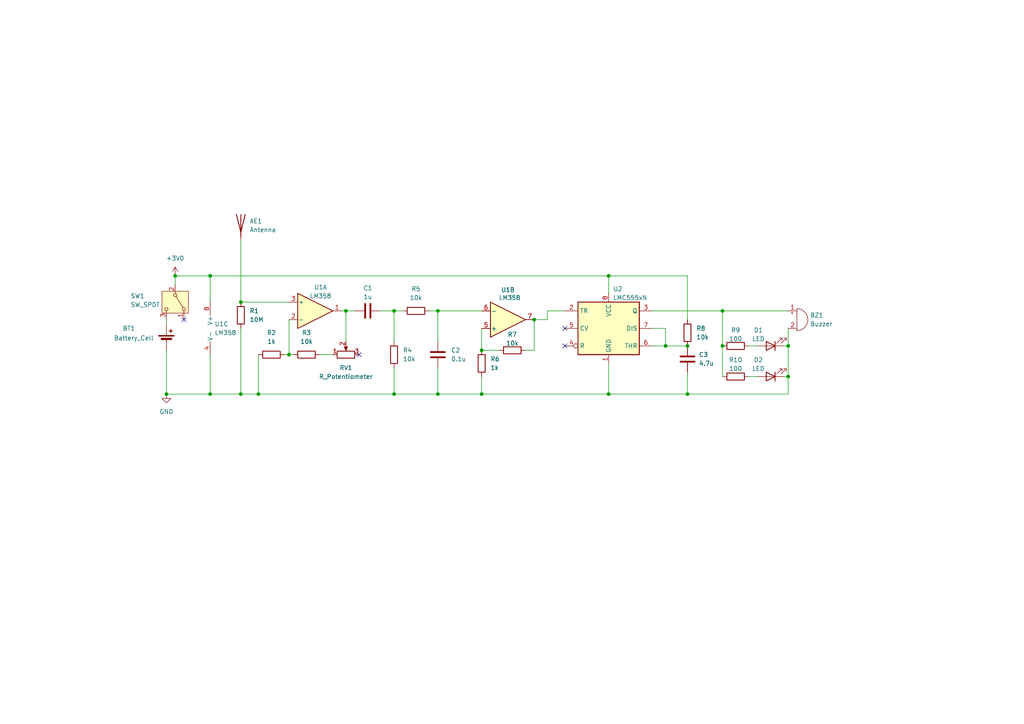
<source format=kicad_sch>
(kicad_sch (version 20231120) (generator "eeschema") (generator_version "8.0")
  (paper "A4")
  (title_block (title "Current Sensing Dino") (date "November 27, 2024") (rev "V1.0") (company "University of Calgary") (comment 4 "Austin Nguyen"))
  (lib_symbols
    (symbol "Amplifier_Operational:LM358" (pin_names (offset 0.127))
      (property "Reference" "U" (at 0 5.08 0))
      (property "Value" "LM358" (at 0 -5.08 0))
      (symbol "LM358_1_1"
        (polyline (pts (xy -5.08 5.08) (xy 5.08 0) (xy -5.08 -5.08) (xy -5.08 5.08)) (stroke (width 0.254)) (fill (type background)))
        (pin output line (at 7.62 0 180) (length 2.54) (name "~") (number "1"))
        (pin input line (at -7.62 -2.54 0) (length 2.54) (name "-") (number "2"))
        (pin input line (at -7.62 2.54 0) (length 2.54) (name "+") (number "3"))
      )
      (symbol "LM358_2_1"
        (polyline (pts (xy -5.08 5.08) (xy 5.08 0) (xy -5.08 -5.08) (xy -5.08 5.08)) (stroke (width 0.254)) (fill (type background)))
        (pin input line (at -7.62 2.54 0) (length 2.54) (name "+") (number "5"))
        (pin input line (at -7.62 -2.54 0) (length 2.54) (name "-") (number "6"))
        (pin output line (at 7.62 0 180) (length 2.54) (name "~") (number "7"))
      )
      (symbol "LM358_3_1"
        (pin power_in line (at -2.54 -7.62 90) (length 3.81) (name "V-") (number "4"))
        (pin power_in line (at -2.54 7.62 270) (length 3.81) (name "V+") (number "8"))
      )
    )
    (symbol "Device:Antenna" (pin_numbers hide) (pin_names (offset 1.016) hide)
      (property "Reference" "AE" (at -1.905 1.905 0))
      (property "Value" "Antenna" (at -1.905 0 0))
      (symbol "Antenna_0_1"
        (polyline (pts (xy 0 2.54) (xy 0 -3.81)) (stroke (width 0.254)))
        (polyline (pts (xy 1.27 2.54) (xy 0 -2.54) (xy -1.27 2.54)) (stroke (width 0.254)))
      )
      (symbol "Antenna_1_1"
        (pin input line (at 0 -5.08 90) (length 2.54) (name "A") (number "1"))
      )
    )
    (symbol "Device:Battery_Cell" (pin_numbers hide) (pin_names (offset 0) hide)
      (property "Reference" "BT" (at 2.54 2.54 0))
      (property "Value" "Battery_Cell" (at 2.54 0 0))
      (symbol "Battery_Cell_0_1"
        (rectangle (start -2.286 1.778) (end 2.286 1.524) (fill (type outline)))
        (rectangle (start -1.524 1.016) (end 1.524 0.508) (fill (type outline)))
        (polyline (pts (xy 0 0.762) (xy 0 0)))
        (polyline (pts (xy 0 1.778) (xy 0 2.54)))
        (polyline (pts (xy 0.762 3.048) (xy 1.778 3.048)) (stroke (width 0.254)))
        (polyline (pts (xy 1.27 3.556) (xy 1.27 2.54)) (stroke (width 0.254)))
      )
      (symbol "Battery_Cell_1_1"
        (pin passive line (at 0 5.08 270) (length 2.54) (name "+") (number "1"))
        (pin passive line (at 0 -2.54 90) (length 2.54) (name "-") (number "2"))
      )
    )
    (symbol "Device:Buzzer" (pin_names (offset 0.0254) hide)
      (property "Reference" "BZ" (at 3.81 1.27 0))
      (property "Value" "Buzzer" (at 3.81 -1.27 0))
      (symbol "Buzzer_0_1"
        (arc (start 0 -3.175) (mid 3.1612 0) (end 0 3.175))
        (polyline (pts (xy -1.651 1.905) (xy -1.143 1.905)))
        (polyline (pts (xy -1.397 2.159) (xy -1.397 1.651)))
        (polyline (pts (xy 0 3.175) (xy 0 -3.175)))
      )
      (symbol "Buzzer_1_1"
        (pin passive line (at -2.54 2.54 0) (length 2.54) (name "+") (number "1"))
        (pin passive line (at -2.54 -2.54 0) (length 2.54) (name "-") (number "2"))
      )
    )
    (symbol "Device:C" (pin_numbers hide) (pin_names (offset 0.254))
      (property "Reference" "C" (at 0.635 2.54 0))
      (property "Value" "C" (at 0.635 -2.54 0))
      (symbol "C_0_1"
        (polyline (pts (xy -2.032 -0.762) (xy 2.032 -0.762)) (stroke (width 0.508)))
        (polyline (pts (xy -2.032 0.762) (xy 2.032 0.762)) (stroke (width 0.508)))
      )
      (symbol "C_1_1"
        (pin passive line (at 0 3.81 270) (length 2.794) (name "~") (number "1"))
        (pin passive line (at 0 -3.81 90) (length 2.794) (name "~") (number "2"))
      )
    )
    (symbol "Device:LED" (pin_numbers hide) (pin_names (offset 1.016) hide)
      (property "Reference" "D" (at 0 2.54 0))
      (property "Value" "LED" (at 0 -2.54 0))
      (symbol "LED_0_1"
        (polyline (pts (xy -1.27 -1.27) (xy -1.27 1.27)) (stroke (width 0.254)))
        (polyline (pts (xy -1.27 0) (xy 1.27 0)))
        (polyline (pts (xy 1.27 -1.27) (xy 1.27 1.27) (xy -1.27 0) (xy 1.27 -1.27)) (stroke (width 0.254)))
        (polyline (pts (xy -3.048 -0.762) (xy -4.572 -2.286) (xy -3.81 -2.286) (xy -4.572 -2.286) (xy -4.572 -1.524)))
        (polyline (pts (xy -1.778 -0.762) (xy -3.302 -2.286) (xy -2.54 -2.286) (xy -3.302 -2.286) (xy -3.302 -1.524)))
      )
      (symbol "LED_1_1"
        (pin passive line (at -3.81 0 0) (length 2.54) (name "K") (number "1"))
        (pin passive line (at 3.81 0 180) (length 2.54) (name "A") (number "2"))
      )
    )
    (symbol "Device:R" (pin_numbers hide) (pin_names (offset 0))
      (property "Reference" "R" (at 2.032 0 90))
      (property "Value" "R" (at 0 0 90))
      (symbol "R_0_1"
        (rectangle (start -1.016 -2.54) (end 1.016 2.54) (stroke (width 0.254)))
      )
      (symbol "R_1_1"
        (pin passive line (at 0 3.81 270) (length 1.27) (name "~") (number "1"))
        (pin passive line (at 0 -3.81 90) (length 1.27) (name "~") (number "2"))
      )
    )
    (symbol "Device:R_Potentiometer" (pin_names (offset 1.016) hide)
      (property "Reference" "RV" (at -4.445 0 90))
      (property "Value" "R_Potentiometer" (at -2.54 0 90))
      (symbol "R_Potentiometer_0_1"
        (polyline (pts (xy 2.54 0) (xy 1.524 0)))
        (polyline (pts (xy 1.143 0) (xy 2.286 0.508) (xy 2.286 -0.508) (xy 1.143 0)) (fill (type outline)))
        (rectangle (start 1.016 2.54) (end -1.016 -2.54) (stroke (width 0.254)))
      )
      (symbol "R_Potentiometer_1_1"
        (pin passive line (at 0 3.81 270) (length 1.27) (name "1") (number "1"))
        (pin passive line (at 3.81 0 180) (length 1.27) (name "2") (number "2"))
        (pin passive line (at 0 -3.81 90) (length 1.27) (name "3") (number "3"))
      )
    )
    (symbol "Switch:SW_SPDT" (pin_names (offset 0) hide)
      (property "Reference" "SW" (at 0 5.08 0))
      (property "Value" "SW_SPDT" (at 0 -5.08 0))
      (symbol "SW_SPDT_0_1"
        (circle (center -2.032 0) (radius 0.4572))
        (polyline (pts (xy -1.651 0.254) (xy 1.651 2.286)))
        (circle (center 2.032 -2.54) (radius 0.4572))
        (circle (center 2.032 2.54) (radius 0.4572))
      )
      (symbol "SW_SPDT_1_1"
        (rectangle (start -3.175 3.81) (end 3.175 -3.81) (fill (type background)))
        (pin passive line (at 5.08 2.54 180) (length 2.54) (name "A") (number "1"))
        (pin passive line (at -5.08 0 0) (length 2.54) (name "B") (number "2"))
        (pin passive line (at 5.08 -2.54 180) (length 2.54) (name "C") (number "3"))
      )
    )
    (symbol "Timer:LMC555xN"
      (property "Reference" "U" (at -10.16 8.89 0))
      (property "Value" "LMC555xN" (at 2.54 8.89 0))
      (symbol "LMC555xN_0_0"
        (pin power_in line (at 0 -10.16 90) (length 2.54) (name "GND") (number "1"))
        (pin power_in line (at 0 10.16 270) (length 2.54) (name "VCC") (number "8"))
      )
      (symbol "LMC555xN_0_1"
        (rectangle (start -8.89 -7.62) (end 8.89 7.62) (stroke (width 0.254)) (fill (type background)))
        (rectangle (start -8.89 -7.62) (end 8.89 7.62) (stroke (width 0.254)) (fill (type background)))
      )
      (symbol "LMC555xN_1_1"
        (pin input line (at -12.7 5.08 0) (length 3.81) (name "TR") (number "2"))
        (pin output line (at 12.7 5.08 180) (length 3.81) (name "Q") (number "3"))
        (pin input inverted (at -12.7 -5.08 0) (length 3.81) (name "R") (number "4"))
        (pin input line (at -12.7 0 0) (length 3.81) (name "CV") (number "5"))
        (pin input line (at 12.7 -5.08 180) (length 3.81) (name "THR") (number "6"))
        (pin input line (at 12.7 0 180) (length 3.81) (name "DIS") (number "7"))
      )
    )
    (symbol "power:+3V0" (power) (pin_numbers hide) (pin_names (offset 0) hide)
      (property "Value" "+3V0" (at 0 3.556 0))
      (symbol "+3V0_0_1"
        (polyline (pts (xy -0.762 1.27) (xy 0 2.54)))
        (polyline (pts (xy 0 0) (xy 0 2.54)))
        (polyline (pts (xy 0 2.54) (xy 0.762 1.27)))
      )
      (symbol "+3V0_1_1"
        (pin power_in line (at 0 0 90) (length 0) (name "~") (number "1"))
      )
    )
    (symbol "power:GND" (power) (pin_numbers hide) (pin_names (offset 0) hide)
      (property "Value" "GND" (at 0 -3.81 0))
      (symbol "GND_0_1"
        (polyline (pts (xy 0 0) (xy 0 -1.27) (xy 1.27 -1.27) (xy 0 -2.54) (xy -1.27 -1.27) (xy 0 -1.27)))
      )
      (symbol "GND_1_1"
        (pin power_in line (at 0 0 270) (length 0) (name "~") (number "1"))
      )
    )
  )
  (junction (at 114.3 90.17))
  (junction (at 69.85 114.3))
  (junction (at 50.8 80.01))
  (junction (at 209.55 100.33))
  (junction (at 228.6 109.22))
  (junction (at 69.85 87.63))
  (junction (at 60.96 114.3))
  (junction (at 139.7 101.6))
  (junction (at 199.39 100.33))
  (junction (at 228.6 100.33))
  (junction (at 154.94 92.71))
  (junction (at 60.96 80.01))
  (junction (at 114.3 114.3))
  (junction (at 193.04 100.33))
  (junction (at 83.82 102.87))
  (junction (at 199.39 114.3))
  (junction (at 127 90.17))
  (junction (at 139.7 114.3))
  (junction (at 176.53 114.3))
  (junction (at 100.33 90.17))
  (junction (at 127 114.3))
  (junction (at 74.93 114.3))
  (junction (at 176.53 80.01))
  (junction (at 48.26 114.3))
  (junction (at 209.55 90.17))
  (no_connect (at 163.83 100.33))
  (no_connect (at 53.34 92.71))
  (no_connect (at 104.14 102.87))
  (no_connect (at 163.83 95.25))
  (wire (pts (xy 228.6 95.25) (xy 228.6 100.33)))
  (wire (pts (xy 74.93 114.3) (xy 114.3 114.3)))
  (wire (pts (xy 127 90.17) (xy 124.46 90.17)))
  (wire (pts (xy 48.26 114.3) (xy 60.96 114.3)))
  (wire (pts (xy 158.75 90.17) (xy 163.83 90.17)))
  (wire (pts (xy 83.82 92.71) (xy 83.82 102.87)))
  (wire (pts (xy 176.53 105.41) (xy 176.53 114.3)))
  (wire (pts (xy 139.7 95.25) (xy 139.7 101.6)))
  (wire (pts (xy 154.94 101.6) (xy 154.94 92.71)))
  (wire (pts (xy 193.04 100.33) (xy 199.39 100.33)))
  (wire (pts (xy 139.7 109.22) (xy 139.7 114.3)))
  (wire (pts (xy 176.53 80.01) (xy 176.53 85.09)))
  (wire (pts (xy 69.85 87.63) (xy 83.82 87.63)))
  (wire (pts (xy 48.26 101.6) (xy 48.26 114.3)))
  (wire (pts (xy 50.8 80.01) (xy 60.96 80.01)))
  (wire (pts (xy 60.96 102.87) (xy 60.96 114.3)))
  (wire (pts (xy 100.33 90.17) (xy 100.33 99.06)))
  (wire (pts (xy 209.55 100.33) (xy 209.55 109.22)))
  (wire (pts (xy 60.96 80.01) (xy 176.53 80.01)))
  (wire (pts (xy 69.85 95.25) (xy 69.85 114.3)))
  (wire (pts (xy 100.33 90.17) (xy 102.87 90.17)))
  (wire (pts (xy 199.39 80.01) (xy 199.39 92.71)))
  (wire (pts (xy 69.85 69.85) (xy 69.85 87.63)))
  (wire (pts (xy 114.3 90.17) (xy 116.84 90.17)))
  (wire (pts (xy 74.93 102.87) (xy 74.93 114.3)))
  (wire (pts (xy 199.39 114.3) (xy 228.6 114.3)))
  (wire (pts (xy 228.6 109.22) (xy 228.6 114.3)))
  (wire (pts (xy 217.17 100.33) (xy 219.71 100.33)))
  (wire (pts (xy 139.7 114.3) (xy 176.53 114.3)))
  (wire (pts (xy 158.75 92.71) (xy 158.75 90.17)))
  (wire (pts (xy 227.33 109.22) (xy 228.6 109.22)))
  (wire (pts (xy 227.33 100.33) (xy 228.6 100.33)))
  (wire (pts (xy 127 99.06) (xy 127 90.17)))
  (wire (pts (xy 193.04 95.25) (xy 193.04 100.33)))
  (wire (pts (xy 199.39 107.95) (xy 199.39 114.3)))
  (wire (pts (xy 48.26 93.98) (xy 48.26 92.71)))
  (wire (pts (xy 189.23 90.17) (xy 209.55 90.17)))
  (wire (pts (xy 127 106.68) (xy 127 114.3)))
  (wire (pts (xy 217.17 109.22) (xy 219.71 109.22)))
  (wire (pts (xy 110.49 90.17) (xy 114.3 90.17)))
  (wire (pts (xy 189.23 100.33) (xy 193.04 100.33)))
  (wire (pts (xy 176.53 80.01) (xy 199.39 80.01)))
  (wire (pts (xy 189.23 95.25) (xy 193.04 95.25)))
  (wire (pts (xy 154.94 92.71) (xy 158.75 92.71)))
  (wire (pts (xy 176.53 114.3) (xy 199.39 114.3)))
  (wire (pts (xy 92.71 102.87) (xy 96.52 102.87)))
  (wire (pts (xy 152.4 101.6) (xy 154.94 101.6)))
  (wire (pts (xy 100.33 90.17) (xy 99.06 90.17)))
  (wire (pts (xy 83.82 102.87) (xy 85.09 102.87)))
  (wire (pts (xy 209.55 90.17) (xy 228.6 90.17)))
  (wire (pts (xy 139.7 101.6) (xy 144.78 101.6)))
  (wire (pts (xy 82.55 102.87) (xy 83.82 102.87)))
  (wire (pts (xy 209.55 90.17) (xy 209.55 100.33)))
  (wire (pts (xy 114.3 106.68) (xy 114.3 114.3)))
  (wire (pts (xy 50.8 80.01) (xy 50.8 82.55)))
  (wire (pts (xy 114.3 114.3) (xy 127 114.3)))
  (wire (pts (xy 114.3 90.17) (xy 114.3 99.06)))
  (wire (pts (xy 60.96 80.01) (xy 60.96 87.63)))
  (wire (pts (xy 127 114.3) (xy 139.7 114.3)))
  (wire (pts (xy 127 90.17) (xy 139.7 90.17)))
  (wire (pts (xy 228.6 100.33) (xy 228.6 109.22)))
  (wire (pts (xy 60.96 114.3) (xy 69.85 114.3)))
  (wire (pts (xy 69.85 114.3) (xy 74.93 114.3)))
  (symbol (lib_id "power:+3V0") (at 50.8 80.01 0) (unit 1)
    (property "Reference" "#PWR01" (effects (hide yes)))
    (property "Value" "+3V0" (at 50.8 74.93 0))
    (property "Description" "Power symbol creates a global label with name \"+3V0\"" (effects (hide yes)))
  )
  (symbol (lib_id "Amplifier_Operational:LM358") (at 91.44 90.17 0) (unit 1)
    (property "Reference" "U1" (at 92.964 83.312 0))
    (property "Value" "LM358" (at 92.964 85.852 0))
    (property "Footprint" "Package_DIP:DIP-8_W7.62mm_Socket_LongPads" (effects (hide yes)))
    (property "Datasheet" "http://www.ti.com/lit/ds/symlink/lm2904-n.pdf" (effects (hide yes)))
    (property "Description" "Low-Power, Dual Operational Amplifiers, DIP-8/SOIC-8/TO-99-8" (effects (hide yes)))
  )
  (symbol (lib_id "Device:R_Potentiometer") (at 100.33 102.87 90) (unit 1)
    (property "Reference" "RV1" (at 100.33 106.68 90))
    (property "Value" "R_Potentiometer" (at 100.33 109.22 90))
    (property "Footprint" "Potentiometer_THT:Potentiometer_ACP_CA9-V10_Vertical" (effects (hide yes)))
    (property "Description" "Potentiometer" (effects (hide yes)))
  )
  (symbol (lib_id "Device:R") (at 148.59 101.6 90) (unit 1)
    (property "Reference" "R7" (at 148.59 97.028 90))
    (property "Value" "10k" (at 148.59 99.568 90))
    (property "Footprint" "Resistor_THT:R_Axial_DIN0207_L6.3mm_D2.5mm_P7.62mm_Horizontal" (effects (hide yes)))
    (property "Description" "Resistor" (effects (hide yes)))
  )
  (symbol (lib_id "Device:C") (at 199.39 104.14 0) (unit 1)
    (property "Reference" "C3" (at 202.692 102.87 0) (effects (justify left)))
    (property "Value" "4.7u" (at 202.692 105.41 0) (effects (justify left)))
    (property "Footprint" "Capacitor_THT:C_Disc_D4.3mm_W1.9mm_P5.00mm" (effects (hide yes)))
    (property "Description" "Unpolarized capacitor" (effects (hide yes)))
  )
  (symbol (lib_id "Device:R") (at 120.65 90.17 90) (unit 1)
    (property "Reference" "R5" (at 120.65 83.82 90))
    (property "Value" "10k" (at 120.65 86.36 90))
    (property "Footprint" "Resistor_THT:R_Axial_DIN0207_L6.3mm_D2.5mm_P7.62mm_Horizontal" (effects (hide yes)))
    (property "Description" "Resistor" (effects (hide yes)))
  )
  (symbol (lib_id "Amplifier_Operational:LM358") (at 147.32 92.71 0) (mirror x) (unit 2)
    (property "Reference" "U1" (at 147.32 84.074 0))
    (property "Value" "LM358" (at 147.828 86.36 0))
    (property "Footprint" "Package_DIP:DIP-8_W7.62mm_Socket_LongPads" (effects (hide yes)))
    (property "Datasheet" "http://www.ti.com/lit/ds/symlink/lm2904-n.pdf" (effects (hide yes)))
    (property "Description" "Low-Power, Dual Operational Amplifiers, DIP-8/SOIC-8/TO-99-8" (effects (hide yes)))
  )
  (symbol (lib_id "Device:R") (at 69.85 91.44 0) (unit 1)
    (property "Reference" "R1" (at 72.39 90.1699 0) (effects (justify left)))
    (property "Value" "10M" (at 72.39 92.7099 0) (effects (justify left)))
    (property "Footprint" "Resistor_THT:R_Axial_DIN0207_L6.3mm_D2.5mm_P7.62mm_Horizontal" (effects (hide yes)))
    (property "Description" "Resistor" (effects (hide yes)))
  )
  (symbol (lib_id "Device:Buzzer") (at 231.14 92.71 0) (unit 1)
    (property "Reference" "BZ1" (at 234.95 91.4399 0) (effects (justify left)))
    (property "Value" "Buzzer" (at 234.95 93.9799 0) (effects (justify left)))
    (property "Footprint" "Buzzer_Beeper:Buzzer_TDK_PS1240P02BT_D12.2mm_H6.5mm" (effects (hide yes)))
    (property "Description" "Buzzer, polarized" (effects (hide yes)))
  )
  (symbol (lib_id "Device:Antenna") (at 69.85 64.77 0) (unit 1)
    (property "Reference" "AE1" (at 72.39 64.1349 0) (effects (justify left)))
    (property "Value" "Antenna" (at 72.39 66.6749 0) (effects (justify left)))
    (property "Footprint" "Connector_PinHeader_1.00mm:PinHeader_1x01_P1.00mm_Vertical" (effects (hide yes)))
    (property "Description" "Antenna" (effects (hide yes)))
  )
  (symbol (lib_id "Device:Battery_Cell") (at 48.26 99.06 0) (unit 1)
    (property "Reference" "BT1" (at 35.56 95.25 0) (effects (justify left)))
    (property "Value" "Battery_Cell" (at 33.02 98.044 0) (effects (justify left)))
    (property "Footprint" "Battery:BatteryHolder_Keystone_3001_1x12mm" (effects (hide yes)))
    (property "Description" "Single-cell battery" (effects (hide yes)))
  )
  (symbol (lib_id "Device:R") (at 78.74 102.87 90) (unit 1)
    (property "Reference" "R2" (at 78.74 96.52 90))
    (property "Value" "1k" (at 78.74 99.06 90))
    (property "Footprint" "Resistor_THT:R_Axial_DIN0207_L6.3mm_D2.5mm_P7.62mm_Horizontal" (effects (hide yes)))
    (property "Description" "Resistor" (effects (hide yes)))
  )
  (symbol (lib_id "Device:R") (at 199.39 96.52 0) (unit 1)
    (property "Reference" "R8" (at 201.93 95.2499 0) (effects (justify left)))
    (property "Value" "10k" (at 201.93 97.7899 0) (effects (justify left)))
    (property "Footprint" "Resistor_THT:R_Axial_DIN0207_L6.3mm_D2.5mm_P7.62mm_Horizontal" (effects (hide yes)))
    (property "Description" "Resistor" (effects (hide yes)))
  )
  (symbol (lib_id "Device:R") (at 213.36 109.22 90) (unit 1)
    (property "Reference" "R10" (at 213.36 104.394 90))
    (property "Value" "100" (at 213.36 106.934 90))
    (property "Footprint" "Resistor_THT:R_Axial_DIN0207_L6.3mm_D2.5mm_P7.62mm_Horizontal" (effects (hide yes)))
    (property "Description" "Resistor" (effects (hide yes)))
  )
  (symbol (lib_id "Device:C") (at 127 102.87 180) (unit 1)
    (property "Reference" "C2" (at 130.81 101.5999 0) (effects (justify right)))
    (property "Value" "0.1u" (at 130.81 104.1399 0) (effects (justify right)))
    (property "Footprint" "Capacitor_THT:C_Disc_D4.3mm_W1.9mm_P5.00mm" (effects (hide yes)))
    (property "Description" "Unpolarized capacitor" (effects (hide yes)))
  )
  (symbol (lib_id "Device:R") (at 139.7 105.41 0) (unit 1)
    (property "Reference" "R6" (at 142.24 104.1399 0) (effects (justify left)))
    (property "Value" "1k" (at 142.24 106.6799 0) (effects (justify left)))
    (property "Footprint" "Resistor_THT:R_Axial_DIN0207_L6.3mm_D2.5mm_P7.62mm_Horizontal" (effects (hide yes)))
    (property "Description" "Resistor" (effects (hide yes)))
  )
  (symbol (lib_id "Device:R") (at 213.36 100.33 90) (unit 1)
    (property "Reference" "R9" (at 213.36 95.758 90))
    (property "Value" "100" (at 213.36 98.298 90))
    (property "Footprint" "Resistor_THT:R_Axial_DIN0207_L6.3mm_D2.5mm_P7.62mm_Horizontal" (effects (hide yes)))
    (property "Description" "Resistor" (effects (hide yes)))
  )
  (symbol (lib_id "Device:R") (at 88.9 102.87 90) (unit 1)
    (property "Reference" "R3" (at 88.9 96.52 90))
    (property "Value" "10k" (at 88.9 99.06 90))
    (property "Footprint" "Resistor_THT:R_Axial_DIN0207_L6.3mm_D2.5mm_P7.62mm_Horizontal" (effects (hide yes)))
    (property "Description" "Resistor" (effects (hide yes)))
  )
  (symbol (lib_id "Device:R") (at 114.3 102.87 0) (unit 1)
    (property "Reference" "R4" (at 116.84 101.5999 0) (effects (justify left)))
    (property "Value" "10k" (at 116.84 104.1399 0) (effects (justify left)))
    (property "Footprint" "Resistor_THT:R_Axial_DIN0207_L6.3mm_D2.5mm_P7.62mm_Horizontal" (effects (hide yes)))
    (property "Description" "Resistor" (effects (hide yes)))
  )
  (symbol (lib_id "power:GND") (at 48.26 114.3 0) (unit 1)
    (property "Reference" "#PWR02" (effects (hide yes)))
    (property "Value" "GND" (at 48.26 119.38 0))
    (property "Description" "Power symbol creates a global label with name \"GND\" , ground" (effects (hide yes)))
  )
  (symbol (lib_id "Switch:SW_SPDT") (at 50.8 87.63 270) (unit 1)
    (property "Reference" "SW1" (at 37.846 85.852 90) (effects (justify left)))
    (property "Value" "SW_SPDT" (at 37.846 88.392 90) (effects (justify left)))
    (property "Footprint" "Button_Switch_THT:SW_Slide_SPDT_Angled_CK_OS102011MA1Q" (effects (hide yes)))
    (property "Description" "Switch, single pole double throw" (effects (hide yes)))
  )
  (symbol (lib_id "Device:C") (at 106.68 90.17 90) (unit 1)
    (property "Reference" "C1" (at 106.68 83.566 90))
    (property "Value" "1u" (at 106.68 86.106 90))
    (property "Footprint" "Capacitor_THT:C_Disc_D5.1mm_W3.2mm_P5.00mm" (effects (hide yes)))
    (property "Description" "Unpolarized capacitor" (effects (hide yes)))
  )
  (symbol (lib_id "Device:LED") (at 223.52 109.22 180) (unit 1)
    (property "Reference" "D2" (at 219.964 104.394 0))
    (property "Value" "LED" (at 219.964 106.934 0))
    (property "Footprint" "LED_THT:LED_D5.0mm_5.0mm_Pitch" (effects (hide yes)))
    (property "Description" "Light emitting diode" (effects (hide yes)))
  )
  (symbol (lib_id "Timer:LMC555xN") (at 176.53 95.25 0) (unit 1)
    (property "Reference" "U2" (at 177.8 83.82 0) (effects (justify left)))
    (property "Value" "LMC555xN" (at 177.8 86.36 0) (effects (justify left)))
    (property "Footprint" "Package_DIP:DIP-8_W7.62mm_Socket_LongPads" (effects (hide yes)))
    (property "Datasheet" "http://www.ti.com/lit/ds/symlink/lmc555.pdf" (effects (hide yes)))
    (property "Description" "CMOS Timer, 555 compatible, PDIP-8" (effects (hide yes)))
  )
  (symbol (lib_id "Device:LED") (at 223.52 100.33 180) (unit 1)
    (property "Reference" "D1" (at 219.964 95.758 0))
    (property "Value" "LED" (at 219.964 98.298 0))
    (property "Footprint" "LED_THT:LED_D5.0mm_5.0mm_Pitch" (effects (hide yes)))
    (property "Description" "Light emitting diode" (effects (hide yes)))
  )
  (symbol (lib_id "Amplifier_Operational:LM358") (at 63.5 95.25 0) (unit 3)
    (property "Reference" "U1" (at 62.23 93.9799 0) (effects (justify left)))
    (property "Value" "LM358" (at 62.23 96.5199 0) (effects (justify left)))
    (property "Footprint" "Package_DIP:DIP-8_W7.62mm_Socket_LongPads" (effects (hide yes)))
    (property "Datasheet" "http://www.ti.com/lit/ds/symlink/lm2904-n.pdf" (effects (hide yes)))
    (property "Description" "Low-Power, Dual Operational Amplifiers, DIP-8/SOIC-8/TO-99-8" (effects (hide yes)))
  )
)
</source>
